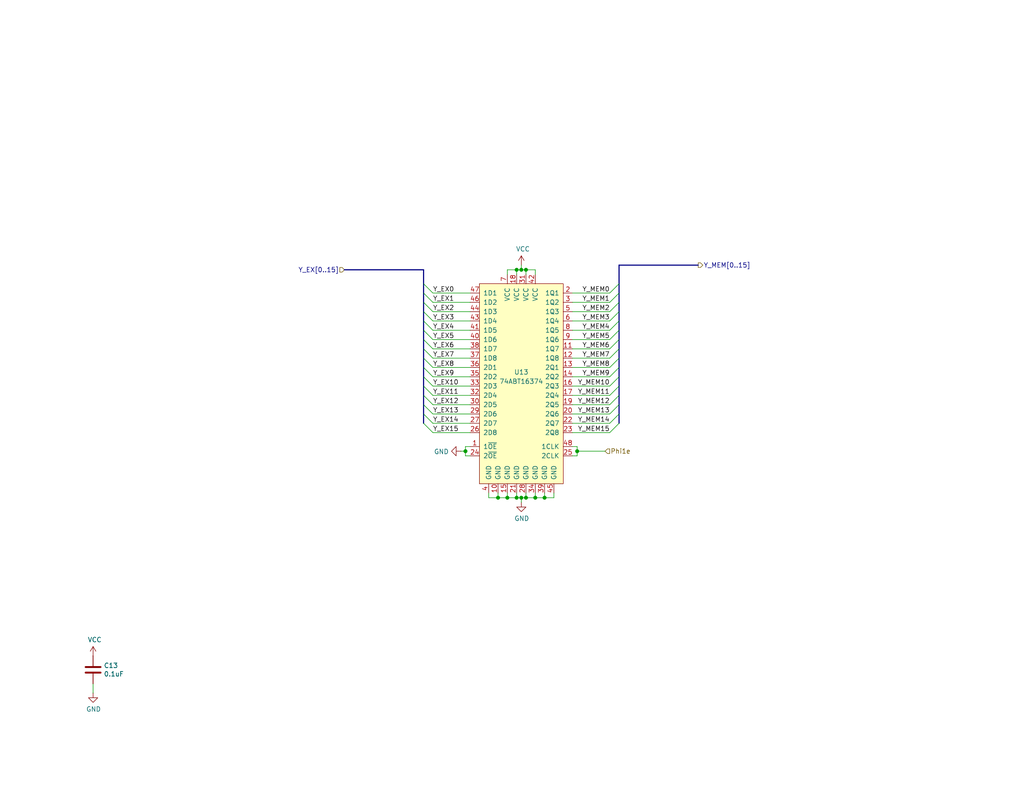
<source format=kicad_sch>
(kicad_sch (version 20250114) (generator "eeschema") (generator_version "9.0")
  (paper "USLetter")
  (title_block (title "EX/MEM: ALUResult Register") (date "2025-07-03") (rev "A"))
  (lib_symbols
    (symbol "Device:C" (pin_numbers (hide yes)) (pin_names (offset 0.254))
      (property "Reference" "C" (at 0.635 2.54 0))
      (property "Value" "C" (at 0.635 -2.54 0))
      (symbol "C_0_1"
        (polyline (pts (xy -2.032 0.762) (xy 2.032 0.762)) (stroke (width 0.508)))
        (polyline (pts (xy -2.032 -0.762) (xy 2.032 -0.762)) (stroke (width 0.508)))
      )
      (symbol "C_1_1"
        (pin passive line (at 0 3.81 270) (length 2.794) (name "~") (number "1"))
        (pin passive line (at 0 -3.81 90) (length 2.794) (name "~") (number "2"))
      )
    )
    (symbol "Turtle16:74ABT16374" (pin_names (offset 1.016))
      (symbol "74ABT16374_0_0"
        (pin input line (at -13.97 21.59 0) (length 2.54) (name "1D1") (number "47"))
        (pin input line (at -13.97 19.05 0) (length 2.54) (name "1D2") (number "46"))
        (pin input line (at -13.97 16.51 0) (length 2.54) (name "1D3") (number "44"))
        (pin input line (at -13.97 13.97 0) (length 2.54) (name "1D4") (number "43"))
        (pin input line (at -13.97 11.43 0) (length 2.54) (name "1D5") (number "41"))
        (pin input line (at -13.97 8.89 0) (length 2.54) (name "1D6") (number "40"))
        (pin input line (at -13.97 6.35 0) (length 2.54) (name "1D7") (number "38"))
        (pin input line (at -13.97 3.81 0) (length 2.54) (name "1D8") (number "37"))
        (pin input line (at -13.97 1.27 0) (length 2.54) (name "2D1") (number "36"))
        (pin input line (at -13.97 -1.27 0) (length 2.54) (name "2D2") (number "35"))
        (pin input line (at -13.97 -3.81 0) (length 2.54) (name "2D3") (number "33"))
        (pin input line (at -13.97 -6.35 0) (length 2.54) (name "2D4") (number "32"))
        (pin input line (at -13.97 -8.89 0) (length 2.54) (name "2D5") (number "30"))
        (pin input line (at -13.97 -11.43 0) (length 2.54) (name "2D6") (number "29"))
        (pin input line (at -13.97 -13.97 0) (length 2.54) (name "2D7") (number "27"))
        (pin input line (at -13.97 -16.51 0) (length 2.54) (name "2D8") (number "26"))
        (pin input line (at -13.97 -20.32 0) (length 2.54) (name "1~{OE}") (number "1"))
        (pin input line (at -13.97 -22.86 0) (length 2.54) (name "2~{OE}") (number "24"))
        (pin power_in line (at -8.89 -33.02 90) (length 2.54) (name "GND") (number "4"))
        (pin power_in line (at -6.35 -33.02 90) (length 2.54) (name "GND") (number "10"))
        (pin power_in line (at -3.81 26.67 270) (length 2.54) (name "VCC") (number "7"))
        (pin power_in line (at -3.81 -33.02 90) (length 2.54) (name "GND") (number "15"))
        (pin power_in line (at -1.27 26.67 270) (length 2.54) (name "VCC") (number "18"))
        (pin power_in line (at -1.27 -33.02 90) (length 2.54) (name "GND") (number "21"))
        (pin power_in line (at 1.27 26.67 270) (length 2.54) (name "VCC") (number "31"))
        (pin power_in line (at 1.27 -33.02 90) (length 2.54) (name "GND") (number "28"))
        (pin power_in line (at 3.81 26.67 270) (length 2.54) (name "VCC") (number "42"))
        (pin power_in line (at 3.81 -33.02 90) (length 2.54) (name "GND") (number "34"))
        (pin power_in line (at 6.35 -33.02 90) (length 2.54) (name "GND") (number "39"))
        (pin power_in line (at 8.89 -33.02 90) (length 2.54) (name "GND") (number "45"))
        (pin tri_state line (at 13.97 21.59 180) (length 2.54) (name "1Q1") (number "2"))
        (pin tri_state line (at 13.97 19.05 180) (length 2.54) (name "1Q2") (number "3"))
        (pin tri_state line (at 13.97 16.51 180) (length 2.54) (name "1Q3") (number "5"))
        (pin tri_state line (at 13.97 13.97 180) (length 2.54) (name "1Q4") (number "6"))
        (pin tri_state line (at 13.97 11.43 180) (length 2.54) (name "1Q5") (number "8"))
        (pin tri_state line (at 13.97 8.89 180) (length 2.54) (name "1Q6") (number "9"))
        (pin tri_state line (at 13.97 6.35 180) (length 2.54) (name "1Q7") (number "11"))
        (pin tri_state line (at 13.97 3.81 180) (length 2.54) (name "1Q8") (number "12"))
        (pin tri_state line (at 13.97 1.27 180) (length 2.54) (name "2Q1") (number "13"))
        (pin tri_state line (at 13.97 -1.27 180) (length 2.54) (name "2Q2") (number "14"))
        (pin tri_state line (at 13.97 -3.81 180) (length 2.54) (name "2Q3") (number "16"))
        (pin tri_state line (at 13.97 -6.35 180) (length 2.54) (name "2Q4") (number "17"))
        (pin tri_state line (at 13.97 -8.89 180) (length 2.54) (name "2Q5") (number "19"))
        (pin tri_state line (at 13.97 -11.43 180) (length 2.54) (name "2Q6") (number "20"))
        (pin tri_state line (at 13.97 -13.97 180) (length 2.54) (name "2Q7") (number "22"))
        (pin tri_state line (at 13.97 -16.51 180) (length 2.54) (name "2Q8") (number "23"))
        (pin input line (at 13.97 -20.32 180) (length 2.54) (name "1CLK") (number "48"))
        (pin input line (at 13.97 -22.86 180) (length 2.54) (name "2CLK") (number "25"))
      )
      (symbol "74ABT16374_0_1"
        (rectangle (start -11.43 24.13) (end 11.43 -30.48) (fill (type background)))
      )
    )
    (symbol "power:GND" (power) (pin_numbers (hide yes)) (pin_names (offset 0) (hide yes))
      (property "Value" "GND" (at 0 -3.81 0))
      (symbol "GND_0_1"
        (polyline (pts (xy 0 0) (xy 0 -1.27) (xy 1.27 -1.27) (xy 0 -2.54) (xy -1.27 -1.27) (xy 0 -1.27)))
      )
      (symbol "GND_1_1"
        (pin power_in line (at 0 0 270) (length 0) (name "~") (number "1"))
      )
    )
    (symbol "power:VCC" (power) (pin_numbers (hide yes)) (pin_names (offset 0) (hide yes))
      (property "Value" "VCC" (at 0 3.556 0))
      (symbol "VCC_0_1"
        (polyline (pts (xy -0.762 1.27) (xy 0 2.54)))
        (polyline (pts (xy 0 2.54) (xy 0.762 1.27)))
        (polyline (pts (xy 0 0) (xy 0 2.54)))
      )
      (symbol "VCC_1_1"
        (pin power_in line (at 0 0 90) (length 0) (name "~") (number "1"))
      )
    )
  )
  (junction (at 157.48 123.19))
  (junction (at 142.24 135.89))
  (junction (at 127 123.19))
  (junction (at 143.51 73.66))
  (junction (at 146.05 135.89))
  (junction (at 148.59 135.89))
  (junction (at 140.97 135.89))
  (junction (at 135.89 135.89))
  (junction (at 140.97 73.66))
  (junction (at 142.24 73.66))
  (junction (at 138.43 135.89))
  (junction (at 143.51 135.89))
  (bus_entry (at 115.57 87.63) (size 2.54 2.54))
  (bus_entry (at 168.91 87.63) (size -2.54 2.54))
  (bus_entry (at 168.91 113.03) (size -2.54 2.54))
  (bus_entry (at 115.57 82.55) (size 2.54 2.54))
  (bus_entry (at 168.91 92.71) (size -2.54 2.54))
  (bus_entry (at 115.57 90.17) (size 2.54 2.54))
  (bus_entry (at 115.57 92.71) (size 2.54 2.54))
  (bus_entry (at 168.91 77.47) (size -2.54 2.54))
  (bus_entry (at 168.91 110.49) (size -2.54 2.54))
  (bus_entry (at 115.57 77.47) (size 2.54 2.54))
  (bus_entry (at 115.57 110.49) (size 2.54 2.54))
  (bus_entry (at 168.91 85.09) (size -2.54 2.54))
  (bus_entry (at 115.57 102.87) (size 2.54 2.54))
  (bus_entry (at 115.57 97.79) (size 2.54 2.54))
  (bus_entry (at 168.91 80.01) (size -2.54 2.54))
  (bus_entry (at 168.91 115.57) (size -2.54 2.54))
  (bus_entry (at 168.91 105.41) (size -2.54 2.54))
  (bus_entry (at 115.57 105.41) (size 2.54 2.54))
  (bus_entry (at 168.91 90.17) (size -2.54 2.54))
  (bus_entry (at 115.57 113.03) (size 2.54 2.54))
  (bus_entry (at 115.57 100.33) (size 2.54 2.54))
  (bus_entry (at 115.57 95.25) (size 2.54 2.54))
  (bus_entry (at 168.91 102.87) (size -2.54 2.54))
  (bus_entry (at 115.57 80.01) (size 2.54 2.54))
  (bus_entry (at 168.91 100.33) (size -2.54 2.54))
  (bus_entry (at 168.91 107.95) (size -2.54 2.54))
  (bus_entry (at 168.91 82.55) (size -2.54 2.54))
  (bus_entry (at 115.57 107.95) (size 2.54 2.54))
  (bus_entry (at 168.91 97.79) (size -2.54 2.54))
  (bus_entry (at 115.57 115.57) (size 2.54 2.54))
  (bus_entry (at 115.57 85.09) (size 2.54 2.54))
  (bus_entry (at 168.91 95.25) (size -2.54 2.54))
  (wire (pts (xy 135.89 135.89) (xy 138.43 135.89)))
  (bus (pts (xy 168.91 85.09) (xy 168.91 87.63)))
  (bus (pts (xy 93.98 73.66) (xy 115.57 73.66)))
  (wire (pts (xy 166.37 100.33) (xy 156.21 100.33)))
  (wire (pts (xy 166.37 80.01) (xy 156.21 80.01)))
  (wire (pts (xy 143.51 73.66) (xy 146.05 73.66)))
  (bus (pts (xy 115.57 113.03) (xy 115.57 115.57)))
  (wire (pts (xy 146.05 73.66) (xy 146.05 74.93)))
  (wire (pts (xy 166.37 82.55) (xy 156.21 82.55)))
  (wire (pts (xy 166.37 115.57) (xy 156.21 115.57)))
  (bus (pts (xy 168.91 87.63) (xy 168.91 90.17)))
  (wire (pts (xy 138.43 73.66) (xy 140.97 73.66)))
  (wire (pts (xy 140.97 135.89) (xy 142.24 135.89)))
  (bus (pts (xy 115.57 97.79) (xy 115.57 100.33)))
  (bus (pts (xy 168.91 107.95) (xy 168.91 110.49)))
  (bus (pts (xy 115.57 107.95) (xy 115.57 110.49)))
  (bus (pts (xy 190.5 72.39) (xy 168.91 72.39)))
  (wire (pts (xy 118.11 118.11) (xy 128.27 118.11)))
  (wire (pts (xy 118.11 105.41) (xy 128.27 105.41)))
  (wire (pts (xy 118.11 115.57) (xy 128.27 115.57)))
  (wire (pts (xy 142.24 72.39) (xy 142.24 73.66)))
  (bus (pts (xy 168.91 110.49) (xy 168.91 113.03)))
  (wire (pts (xy 140.97 73.66) (xy 142.24 73.66)))
  (wire (pts (xy 148.59 135.89) (xy 151.13 135.89)))
  (wire (pts (xy 142.24 135.89) (xy 143.51 135.89)))
  (wire (pts (xy 133.35 135.89) (xy 135.89 135.89)))
  (wire (pts (xy 118.11 95.25) (xy 128.27 95.25)))
  (wire (pts (xy 135.89 134.62) (xy 135.89 135.89)))
  (bus (pts (xy 168.91 95.25) (xy 168.91 97.79)))
  (wire (pts (xy 157.48 123.19) (xy 157.48 124.46)))
  (wire (pts (xy 138.43 134.62) (xy 138.43 135.89)))
  (wire (pts (xy 166.37 102.87) (xy 156.21 102.87)))
  (wire (pts (xy 127 124.46) (xy 128.27 124.46)))
  (bus (pts (xy 168.91 72.39) (xy 168.91 77.47)))
  (wire (pts (xy 166.37 90.17) (xy 156.21 90.17)))
  (bus (pts (xy 168.91 100.33) (xy 168.91 102.87)))
  (bus (pts (xy 115.57 92.71) (xy 115.57 95.25)))
  (bus (pts (xy 115.57 102.87) (xy 115.57 105.41)))
  (wire (pts (xy 118.11 97.79) (xy 128.27 97.79)))
  (wire (pts (xy 157.48 124.46) (xy 156.21 124.46)))
  (wire (pts (xy 127 121.92) (xy 127 123.19)))
  (wire (pts (xy 118.11 90.17) (xy 128.27 90.17)))
  (wire (pts (xy 118.11 113.03) (xy 128.27 113.03)))
  (wire (pts (xy 166.37 107.95) (xy 156.21 107.95)))
  (wire (pts (xy 156.21 121.92) (xy 157.48 121.92)))
  (bus (pts (xy 115.57 90.17) (xy 115.57 92.71)))
  (bus (pts (xy 168.91 90.17) (xy 168.91 92.71)))
  (bus (pts (xy 115.57 100.33) (xy 115.57 102.87)))
  (wire (pts (xy 166.37 118.11) (xy 156.21 118.11)))
  (wire (pts (xy 25.4 189.23) (xy 25.4 186.69)))
  (wire (pts (xy 118.11 100.33) (xy 128.27 100.33)))
  (wire (pts (xy 157.48 121.92) (xy 157.48 123.19)))
  (wire (pts (xy 140.97 134.62) (xy 140.97 135.89)))
  (wire (pts (xy 166.37 92.71) (xy 156.21 92.71)))
  (wire (pts (xy 146.05 135.89) (xy 148.59 135.89)))
  (wire (pts (xy 127 123.19) (xy 127 124.46)))
  (bus (pts (xy 115.57 73.66) (xy 115.57 77.47)))
  (bus (pts (xy 115.57 80.01) (xy 115.57 82.55)))
  (bus (pts (xy 115.57 110.49) (xy 115.57 113.03)))
  (wire (pts (xy 166.37 105.41) (xy 156.21 105.41)))
  (wire (pts (xy 118.11 82.55) (xy 128.27 82.55)))
  (bus (pts (xy 168.91 113.03) (xy 168.91 115.57)))
  (wire (pts (xy 127 123.19) (xy 125.73 123.19)))
  (wire (pts (xy 133.35 134.62) (xy 133.35 135.89)))
  (wire (pts (xy 118.11 87.63) (xy 128.27 87.63)))
  (wire (pts (xy 157.48 123.19) (xy 165.1 123.19)))
  (wire (pts (xy 118.11 102.87) (xy 128.27 102.87)))
  (wire (pts (xy 140.97 74.93) (xy 140.97 73.66)))
  (wire (pts (xy 142.24 135.89) (xy 142.24 137.16)))
  (bus (pts (xy 115.57 95.25) (xy 115.57 97.79)))
  (wire (pts (xy 142.24 73.66) (xy 143.51 73.66)))
  (wire (pts (xy 166.37 95.25) (xy 156.21 95.25)))
  (wire (pts (xy 151.13 135.89) (xy 151.13 134.62)))
  (wire (pts (xy 118.11 107.95) (xy 128.27 107.95)))
  (wire (pts (xy 166.37 113.03) (xy 156.21 113.03)))
  (bus (pts (xy 115.57 87.63) (xy 115.57 90.17)))
  (bus (pts (xy 168.91 82.55) (xy 168.91 85.09)))
  (bus (pts (xy 115.57 82.55) (xy 115.57 85.09)))
  (wire (pts (xy 138.43 135.89) (xy 140.97 135.89)))
  (wire (pts (xy 146.05 134.62) (xy 146.05 135.89)))
  (wire (pts (xy 128.27 121.92) (xy 127 121.92)))
  (bus (pts (xy 168.91 92.71) (xy 168.91 95.25)))
  (bus (pts (xy 115.57 85.09) (xy 115.57 87.63)))
  (wire (pts (xy 143.51 134.62) (xy 143.51 135.89)))
  (bus (pts (xy 168.91 102.87) (xy 168.91 105.41)))
  (wire (pts (xy 166.37 97.79) (xy 156.21 97.79)))
  (wire (pts (xy 138.43 74.93) (xy 138.43 73.66)))
  (bus (pts (xy 115.57 77.47) (xy 115.57 80.01)))
  (bus (pts (xy 168.91 105.41) (xy 168.91 107.95)))
  (wire (pts (xy 118.11 85.09) (xy 128.27 85.09)))
  (bus (pts (xy 115.57 105.41) (xy 115.57 107.95)))
  (wire (pts (xy 143.51 74.93) (xy 143.51 73.66)))
  (wire (pts (xy 148.59 134.62) (xy 148.59 135.89)))
  (wire (pts (xy 143.51 135.89) (xy 146.05 135.89)))
  (bus (pts (xy 168.91 80.01) (xy 168.91 82.55)))
  (wire (pts (xy 118.11 110.49) (xy 128.27 110.49)))
  (wire (pts (xy 166.37 85.09) (xy 156.21 85.09)))
  (bus (pts (xy 168.91 77.47) (xy 168.91 80.01)))
  (wire (pts (xy 166.37 110.49) (xy 156.21 110.49)))
  (bus (pts (xy 168.91 97.79) (xy 168.91 100.33)))
  (wire (pts (xy 118.11 80.01) (xy 128.27 80.01)))
  (wire (pts (xy 166.37 87.63) (xy 156.21 87.63)))
  (wire (pts (xy 118.11 92.71) (xy 128.27 92.71)))
  (label "Y_MEM11" (at 166.37 107.95 180))
  (label "Y_EX1" (at 118.11 82.55 0))
  (label "Y_MEM1" (at 166.37 82.55 180))
  (label "Y_MEM9" (at 166.37 102.87 180))
  (label "Y_EX5" (at 118.11 92.71 0))
  (label "Y_MEM2" (at 166.37 85.09 180))
  (label "Y_MEM6" (at 166.37 95.25 180))
  (label "Y_EX14" (at 118.11 115.57 0))
  (label "Y_EX3" (at 118.11 87.63 0))
  (label "Y_MEM4" (at 166.37 90.17 180))
  (label "Y_EX8" (at 118.11 100.33 0))
  (label "Y_MEM8" (at 166.37 100.33 180))
  (label "Y_EX4" (at 118.11 90.17 0))
  (label "Y_EX0" (at 118.11 80.01 0))
  (label "Y_EX11" (at 118.11 107.95 0))
  (label "Y_EX7" (at 118.11 97.79 0))
  (label "Y_EX10" (at 118.11 105.41 0))
  (label "Y_EX9" (at 118.11 102.87 0))
  (label "Y_EX6" (at 118.11 95.25 0))
  (label "Y_MEM3" (at 166.37 87.63 180))
  (label "Y_EX13" (at 118.11 113.03 0))
  (label "Y_MEM10" (at 166.37 105.41 180))
  (label "Y_MEM7" (at 166.37 97.79 180))
  (label "Y_MEM15" (at 166.37 118.11 180))
  (label "Y_EX2" (at 118.11 85.09 0))
  (label "Y_MEM12" (at 166.37 110.49 180))
  (label "Y_EX12" (at 118.11 110.49 0))
  (label "Y_EX15" (at 118.11 118.11 0))
  (label "Y_MEM14" (at 166.37 115.57 180))
  (label "Y_MEM5" (at 166.37 92.71 180))
  (label "Y_MEM0" (at 166.37 80.01 180))
  (label "Y_MEM13" (at 166.37 113.03 180))
  (hierarchical_label "Phi1e" (shape input) (at 165.1 123.19 0))
  (hierarchical_label "Y_EX[0..15]" (shape input) (at 93.98 73.66 180))
  (hierarchical_label "Y_MEM[0..15]" (shape output) (at 190.5 72.39 0))
  (symbol (lib_id "Device:C") (at 25.4 182.88 0) (unit 1)
    (property "Reference" "C13" (at 28.321 181.7116 0) (effects (justify left)))
    (property "Value" "0.1uF" (at 28.321 184.023 0) (effects (justify left)))
    (property "Footprint" "Capacitor_SMD:C_0603_1608Metric" (effects (hide yes)))
    (property "Datasheet" "https://www.mouser.com/datasheet/2/396/taiyo_yuden_12132018_mlcc11_hq_e-1510082.pdf" (effects (hide yes)))
    (property "Manufacturer" "Taiyo Yuden" (effects (hide yes)))
    (property "Manufacturer#" "EMK107B7104KAHT" (effects (hide yes)))
    (property "Digikey#" "587-6004-1-ND" (effects (hide yes)))
  )
  (symbol (lib_id "power:VCC") (at 25.4 179.07 0) (unit 1)
    (property "Reference" "#PWR059" (effects (hide yes)))
    (property "Value" "VCC" (at 25.8318 174.6758 0))
    (property "Description" "Power symbol creates a global label with name \"VCC\"" (effects (hide yes)))
  )
  (symbol (lib_id "power:GND") (at 25.4 189.23 0) (unit 1)
    (property "Reference" "#PWR060" (effects (hide yes)))
    (property "Value" "GND" (at 25.527 193.6242 0))
    (property "Description" "Power symbol creates a global label with name \"GND\" , ground" (effects (hide yes)))
  )
  (symbol (lib_id "power:GND") (at 125.73 123.19 270) (unit 1)
    (property "Reference" "#PWR061" (effects (hide yes)))
    (property "Value" "GND" (at 122.4788 123.317 90) (effects (justify right)))
    (property "Description" "Power symbol creates a global label with name \"GND\" , ground" (effects (hide yes)))
  )
  (symbol (lib_id "power:VCC") (at 142.24 72.39 0) (unit 1)
    (property "Reference" "#PWR062" (effects (hide yes)))
    (property "Value" "VCC" (at 142.6718 67.9958 0))
    (property "Description" "Power symbol creates a global label with name \"VCC\"" (effects (hide yes)))
  )
  (symbol (lib_id "power:GND") (at 142.24 137.16 0) (unit 1)
    (property "Reference" "#PWR063" (effects (hide yes)))
    (property "Value" "GND" (at 142.367 141.5542 0))
    (property "Description" "Power symbol creates a global label with name \"GND\" , ground" (effects (hide yes)))
  )
  (symbol (lib_id "Turtle16:74ABT16374") (at 142.24 101.6 0) (unit 1)
    (property "Reference" "U13" (at 142.24 101.6 0))
    (property "Value" "74ABT16374" (at 142.24 104.14 0))
    (property "Footprint" "Package_SO:TSSOP-48_6.1x12.5mm_P0.5mm" (effects (hide yes)))
    (property "Datasheet" "https://www.ti.com/general/docs/suppproductinfo.tsp?distId=26&gotoUrl=https://www.ti.com/lit/gpn/sn74abt16374a" (effects (hide yes)))
    (property "Manufacturer" "Texas Instruments" (effects (hide yes)))
    (property "Manufacturer#" "SN74ABT16374ADGGR" (effects (hide yes)))
    (property "Mouser#" "595-SNABT16374ADGGR" (effects (hide yes)))
    (property "Digikey#" "296-3900-1-ND" (effects (hide yes)))
  )
)
</source>
